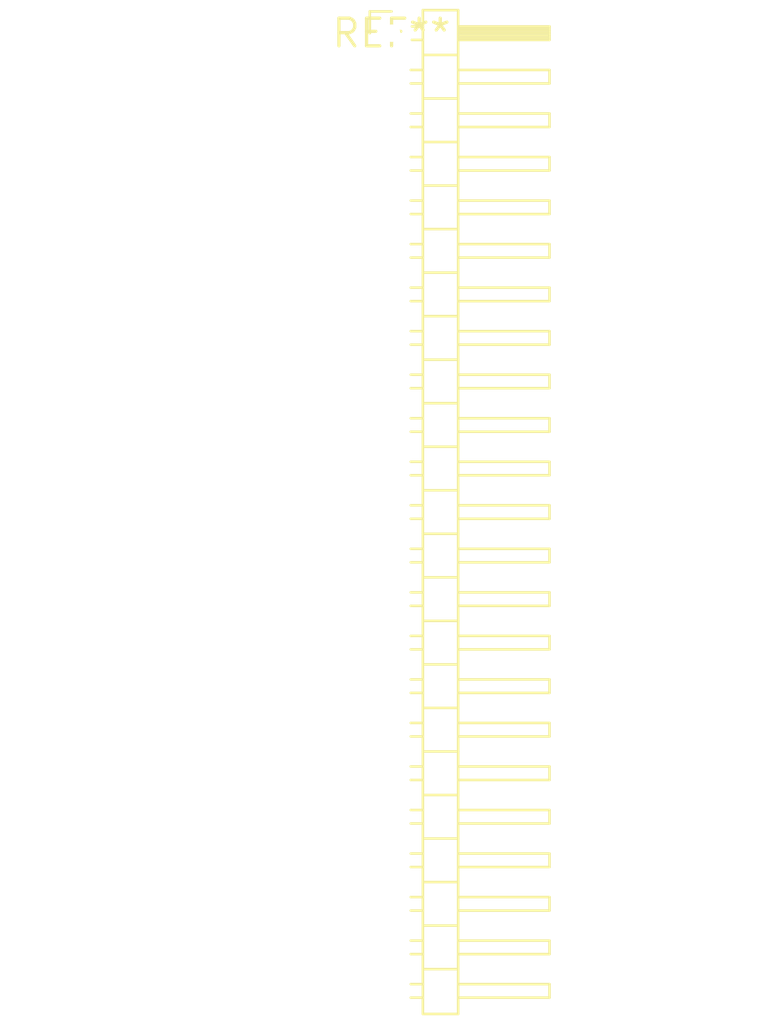
<source format=kicad_pcb>
(kicad_pcb (version 20240108) (generator pcbnew)
  (layers (0 "F.Cu" signal) (31 "B.Cu" signal) (34 "B.Paste" user) (35 "F.Paste" user) (36 "B.SilkS" user "B.Silkscreen") (37 "F.SilkS" user "F.Silkscreen") (38 "B.Mask" user) (39 "F.Mask" user) (44 "Edge.Cuts" user))
  (net 0 "")
  (footprint "PinHeader_1x23_P2.00mm_Horizontal" (layer "F.Cu") (at 0 0)
    (property "Reference" "REF**")
    (property "Value" "PinHeader_1x23_P2.00mm_Horizontal")
    (fp_line (start -1 -1) (end 0 -1) (layer "F.SilkS") (stroke (width 0.12)))
    (fp_line (start -1 0) (end -1 -1) (layer "F.SilkS") (stroke (width 0.12)))
    (fp_line (start 0.882114 1.69) (end 1.44 1.69) (layer "F.SilkS") (stroke (width 0.12)))
    (fp_line (start 0.882114 2.31) (end 1.44 2.31) (layer "F.SilkS") (stroke (width 0.12)))
    (fp_line (start 0.882114 3.69) (end 1.44 3.69) (layer "F.SilkS") (stroke (width 0.12)))
    (fp_line (start 0.882114 4.31) (end 1.44 4.31) (layer "F.SilkS") (stroke (width 0.12)))
    (fp_line (start 0.882114 5.69) (end 1.44 5.69) (layer "F.SilkS") (stroke (width 0.12)))
    (fp_line (start 0.882114 6.31) (end 1.44 6.31) (layer "F.SilkS") (stroke (width 0.12)))
    (fp_line (start 0.882114 7.69) (end 1.44 7.69) (layer "F.SilkS") (stroke (width 0.12)))
    (fp_line (start 0.882114 8.31) (end 1.44 8.31) (layer "F.SilkS") (stroke (width 0.12)))
    (fp_line (start 0.882114 9.69) (end 1.44 9.69) (layer "F.SilkS") (stroke (width 0.12)))
    (fp_line (start 0.882114 10.31) (end 1.44 10.31) (layer "F.SilkS") (stroke (width 0.12)))
    (fp_line (start 0.882114 11.69) (end 1.44 11.69) (layer "F.SilkS") (stroke (width 0.12)))
    (fp_line (start 0.882114 12.31) (end 1.44 12.31) (layer "F.SilkS") (stroke (width 0.12)))
    (fp_line (start 0.882114 13.69) (end 1.44 13.69) (layer "F.SilkS") (stroke (width 0.12)))
    (fp_line (start 0.882114 14.31) (end 1.44 14.31) (layer "F.SilkS") (stroke (width 0.12)))
    (fp_line (start 0.882114 15.69) (end 1.44 15.69) (layer "F.SilkS") (stroke (width 0.12)))
    (fp_line (start 0.882114 16.31) (end 1.44 16.31) (layer "F.SilkS") (stroke (width 0.12)))
    (fp_line (start 0.882114 17.69) (end 1.44 17.69) (layer "F.SilkS") (stroke (width 0.12)))
    (fp_line (start 0.882114 18.31) (end 1.44 18.31) (layer "F.SilkS") (stroke (width 0.12)))
    (fp_line (start 0.882114 19.69) (end 1.44 19.69) (layer "F.SilkS") (stroke (width 0.12)))
    (fp_line (start 0.882114 20.31) (end 1.44 20.31) (layer "F.SilkS") (stroke (width 0.12)))
    (fp_line (start 0.882114 21.69) (end 1.44 21.69) (layer "F.SilkS") (stroke (width 0.12)))
    (fp_line (start 0.882114 22.31) (end 1.44 22.31) (layer "F.SilkS") (stroke (width 0.12)))
    (fp_line (start 0.882114 23.69) (end 1.44 23.69) (layer "F.SilkS") (stroke (width 0.12)))
    (fp_line (start 0.882114 24.31) (end 1.44 24.31) (layer "F.SilkS") (stroke (width 0.12)))
    (fp_line (start 0.882114 25.69) (end 1.44 25.69) (layer "F.SilkS") (stroke (width 0.12)))
    (fp_line (start 0.882114 26.31) (end 1.44 26.31) (layer "F.SilkS") (stroke (width 0.12)))
    (fp_line (start 0.882114 27.69) (end 1.44 27.69) (layer "F.SilkS") (stroke (width 0.12)))
    (fp_line (start 0.882114 28.31) (end 1.44 28.31) (layer "F.SilkS") (stroke (width 0.12)))
    (fp_line (start 0.882114 29.69) (end 1.44 29.69) (layer "F.SilkS") (stroke (width 0.12)))
    (fp_line (start 0.882114 30.31) (end 1.44 30.31) (layer "F.SilkS") (stroke (width 0.12)))
    (fp_line (start 0.882114 31.69) (end 1.44 31.69) (layer "F.SilkS") (stroke (width 0.12)))
    (fp_line (start 0.882114 32.31) (end 1.44 32.31) (layer "F.SilkS") (stroke (width 0.12)))
    (fp_line (start 0.882114 33.69) (end 1.44 33.69) (layer "F.SilkS") (stroke (width 0.12)))
    (fp_line (start 0.882114 34.31) (end 1.44 34.31) (layer "F.SilkS") (stroke (width 0.12)))
    (fp_line (start 0.882114 35.69) (end 1.44 35.69) (layer "F.SilkS") (stroke (width 0.12)))
    (fp_line (start 0.882114 36.31) (end 1.44 36.31) (layer "F.SilkS") (stroke (width 0.12)))
    (fp_line (start 0.882114 37.69) (end 1.44 37.69) (layer "F.SilkS") (stroke (width 0.12)))
    (fp_line (start 0.882114 38.31) (end 1.44 38.31) (layer "F.SilkS") (stroke (width 0.12)))
    (fp_line (start 0.882114 39.69) (end 1.44 39.69) (layer "F.SilkS") (stroke (width 0.12)))
    (fp_line (start 0.882114 40.31) (end 1.44 40.31) (layer "F.SilkS") (stroke (width 0.12)))
    (fp_line (start 0.882114 41.69) (end 1.44 41.69) (layer "F.SilkS") (stroke (width 0.12)))
    (fp_line (start 0.882114 42.31) (end 1.44 42.31) (layer "F.SilkS") (stroke (width 0.12)))
    (fp_line (start 0.882114 43.69) (end 1.44 43.69) (layer "F.SilkS") (stroke (width 0.12)))
    (fp_line (start 0.882114 44.31) (end 1.44 44.31) (layer "F.SilkS") (stroke (width 0.12)))
    (fp_line (start 0.935 -0.31) (end 1.44 -0.31) (layer "F.SilkS") (stroke (width 0.12)))
    (fp_line (start 0.935 0.31) (end 1.44 0.31) (layer "F.SilkS") (stroke (width 0.12)))
    (fp_line (start 1.44 -1.06) (end 1.44 45.06) (layer "F.SilkS") (stroke (width 0.12)))
    (fp_line (start 1.44 1) (end 3.06 1) (layer "F.SilkS") (stroke (width 0.12)))
    (fp_line (start 1.44 3) (end 3.06 3) (layer "F.SilkS") (stroke (width 0.12)))
    (fp_line (start 1.44 5) (end 3.06 5) (layer "F.SilkS") (stroke (width 0.12)))
    (fp_line (start 1.44 7) (end 3.06 7) (layer "F.SilkS") (stroke (width 0.12)))
    (fp_line (start 1.44 9) (end 3.06 9) (layer "F.SilkS") (stroke (width 0.12)))
    (fp_line (start 1.44 11) (end 3.06 11) (layer "F.SilkS") (stroke (width 0.12)))
    (fp_line (start 1.44 13) (end 3.06 13) (layer "F.SilkS") (stroke (width 0.12)))
    (fp_line (start 1.44 15) (end 3.06 15) (layer "F.SilkS") (stroke (width 0.12)))
    (fp_line (start 1.44 17) (end 3.06 17) (layer "F.SilkS") (stroke (width 0.12)))
    (fp_line (start 1.44 19) (end 3.06 19) (layer "F.SilkS") (stroke (width 0.12)))
    (fp_line (start 1.44 21) (end 3.06 21) (layer "F.SilkS") (stroke (width 0.12)))
    (fp_line (start 1.44 23) (end 3.06 23) (layer "F.SilkS") (stroke (width 0.12)))
    (fp_line (start 1.44 25) (end 3.06 25) (layer "F.SilkS") (stroke (width 0.12)))
    (fp_line (start 1.44 27) (end 3.06 27) (layer "F.SilkS") (stroke (width 0.12)))
    (fp_line (start 1.44 29) (end 3.06 29) (layer "F.SilkS") (stroke (width 0.12)))
    (fp_line (start 1.44 31) (end 3.06 31) (layer "F.SilkS") (stroke (width 0.12)))
    (fp_line (start 1.44 33) (end 3.06 33) (layer "F.SilkS") (stroke (width 0.12)))
    (fp_line (start 1.44 35) (end 3.06 35) (layer "F.SilkS") (stroke (width 0.12)))
    (fp_line (start 1.44 37) (end 3.06 37) (layer "F.SilkS") (stroke (width 0.12)))
    (fp_line (start 1.44 39) (end 3.06 39) (layer "F.SilkS") (stroke (width 0.12)))
    (fp_line (start 1.44 41) (end 3.06 41) (layer "F.SilkS") (stroke (width 0.12)))
    (fp_line (start 1.44 43) (end 3.06 43) (layer "F.SilkS") (stroke (width 0.12)))
    (fp_line (start 1.44 45.06) (end 3.06 45.06) (layer "F.SilkS") (stroke (width 0.12)))
    (fp_line (start 3.06 -1.06) (end 1.44 -1.06) (layer "F.SilkS") (stroke (width 0.12)))
    (fp_line (start 3.06 -0.31) (end 7.26 -0.31) (layer "F.SilkS") (stroke (width 0.12)))
    (fp_line (start 3.06 -0.25) (end 7.26 -0.25) (layer "F.SilkS") (stroke (width 0.12)))
    (fp_line (start 3.06 -0.13) (end 7.26 -0.13) (layer "F.SilkS") (stroke (width 0.12)))
    (fp_line (start 3.06 -0.01) (end 7.26 -0.01) (layer "F.SilkS") (stroke (width 0.12)))
    (fp_line (start 3.06 0.11) (end 7.26 0.11) (layer "F.SilkS") (stroke (width 0.12)))
    (fp_line (start 3.06 0.23) (end 7.26 0.23) (layer "F.SilkS") (stroke (width 0.12)))
    (fp_line (start 3.06 1.69) (end 7.26 1.69) (layer "F.SilkS") (stroke (width 0.12)))
    (fp_line (start 3.06 3.69) (end 7.26 3.69) (layer "F.SilkS") (stroke (width 0.12)))
    (fp_line (start 3.06 5.69) (end 7.26 5.69) (layer "F.SilkS") (stroke (width 0.12)))
    (fp_line (start 3.06 7.69) (end 7.26 7.69) (layer "F.SilkS") (stroke (width 0.12)))
    (fp_line (start 3.06 9.69) (end 7.26 9.69) (layer "F.SilkS") (stroke (width 0.12)))
    (fp_line (start 3.06 11.69) (end 7.26 11.69) (layer "F.SilkS") (stroke (width 0.12)))
    (fp_line (start 3.06 13.69) (end 7.26 13.69) (layer "F.SilkS") (stroke (width 0.12)))
    (fp_line (start 3.06 15.69) (end 7.26 15.69) (layer "F.SilkS") (stroke (width 0.12)))
    (fp_line (start 3.06 17.69) (end 7.26 17.69) (layer "F.SilkS") (stroke (width 0.12)))
    (fp_line (start 3.06 19.69) (end 7.26 19.69) (layer "F.SilkS") (stroke (width 0.12)))
    (fp_line (start 3.06 21.69) (end 7.26 21.69) (layer "F.SilkS") (stroke (width 0.12)))
    (fp_line (start 3.06 23.69) (end 7.26 23.69) (layer "F.SilkS") (stroke (width 0.12)))
    (fp_line (start 3.06 25.69) (end 7.26 25.69) (layer "F.SilkS") (stroke (width 0.12)))
    (fp_line (start 3.06 27.69) (end 7.26 27.69) (layer "F.SilkS") (stroke (width 0.12)))
    (fp_line (start 3.06 29.69) (end 7.26 29.69) (layer "F.SilkS") (stroke (width 0.12)))
    (fp_line (start 3.06 31.69) (end 7.26 31.69) (layer "F.SilkS") (stroke (width 0.12)))
    (fp_line (start 3.06 33.69) (end 7.26 33.69) (layer "F.SilkS") (stroke (width 0.12)))
    (fp_line (start 3.06 35.69) (end 7.26 35.69) (layer "F.SilkS") (stroke (width 0.12)))
    (fp_line (start 3.06 37.69) (end 7.26 37.69) (layer "F.SilkS") (stroke (width 0.12)))
    (fp_line (start 3.06 39.69) (end 7.26 39.69) (layer "F.SilkS") (stroke (width 0.12)))
    (fp_line (start 3.06 41.69) (end 7.26 41.69) (layer "F.SilkS") (stroke (width 0.12)))
    (fp_line (start 3.06 43.69) (end 7.26 43.69) (layer "F.SilkS") (stroke (width 0.12)))
    (fp_line (start 3.06 45.06) (end 3.06 -1.06) (layer "F.SilkS") (stroke (width 0.12)))
    (fp_line (start 7.26 -0.31) (end 7.26 0.31) (layer "F.SilkS") (stroke (width 0.12)))
    (fp_line (start 7.26 0.31) (end 3.06 0.31) (layer "F.SilkS") (stroke (width 0.12)))
    (fp_line (start 7.26 1.69) (end 7.26 2.31) (layer "F.SilkS") (stroke (width 0.12)))
    (fp_line (start 7.26 2.31) (end 3.06 2.31) (layer "F.SilkS") (stroke (width 0.12)))
    (fp_line (start 7.26 3.69) (end 7.26 4.31) (layer "F.SilkS") (stroke (width 0.12)))
    (fp_line (start 7.26 4.31) (end 3.06 4.31) (layer "F.SilkS") (stroke (width 0.12)))
    (fp_line (start 7.26 5.69) (end 7.26 6.31) (layer "F.SilkS") (stroke (width 0.12)))
    (fp_line (start 7.26 6.31) (end 3.06 6.31) (layer "F.SilkS") (stroke (width 0.12)))
    (fp_line (start 7.26 7.69) (end 7.26 8.31) (layer "F.SilkS") (stroke (width 0.12)))
    (fp_line (start 7.26 8.31) (end 3.06 8.31) (layer "F.SilkS") (stroke (width 0.12)))
    (fp_line (start 7.26 9.69) (end 7.26 10.31) (layer "F.SilkS") (stroke (width 0.12)))
    (fp_line (start 7.26 10.31) (end 3.06 10.31) (layer "F.SilkS") (stroke (width 0.12)))
    (fp_line (start 7.26 11.69) (end 7.26 12.31) (layer "F.SilkS") (stroke (width 0.12)))
    (fp_line (start 7.26 12.31) (end 3.06 12.31) (layer "F.SilkS") (stroke (width 0.12)))
    (fp_line (start 7.26 13.69) (end 7.26 14.31) (layer "F.SilkS") (stroke (width 0.12)))
    (fp_line (start 7.26 14.31) (end 3.06 14.31) (layer "F.SilkS") (stroke (width 0.12)))
    (fp_line (start 7.26 15.69) (end 7.26 16.31) (layer "F.SilkS") (stroke (width 0.12)))
    (fp_line (start 7.26 16.31) (end 3.06 16.31) (layer "F.SilkS") (stroke (width 0.12)))
    (fp_line (start 7.26 17.69) (end 7.26 18.31) (layer "F.SilkS") (stroke (width 0.12)))
    (fp_line (start 7.26 18.31) (end 3.06 18.31) (layer "F.SilkS") (stroke (width 0.12)))
    (fp_line (start 7.26 19.69) (end 7.26 20.31) (layer "F.SilkS") (stroke (width 0.12)))
    (fp_line (start 7.26 20.31) (end 3.06 20.31) (layer "F.SilkS") (stroke (width 0.12)))
    (fp_line (start 7.26 21.69) (end 7.26 22.31) (layer "F.SilkS") (stroke (width 0.12)))
    (fp_line (start 7.26 22.31) (end 3.06 22.31) (layer "F.SilkS") (stroke (width 0.12)))
    (fp_line (start 7.26 23.69) (end 7.26 24.31) (layer "F.SilkS") (stroke (width 0.12)))
    (fp_line (start 7.26 24.31) (end 3.06 24.31) (layer "F.SilkS") (stroke (width 0.12)))
    (fp_line (start 7.26 25.69) (end 7.26 26.31) (layer "F.SilkS") (stroke (width 0.12)))
    (fp_line (start 7.26 26.31) (end 3.06 26.31) (layer "F.SilkS") (stroke (width 0.12)))
    (fp_line (start 7.26 27.69) (end 7.26 28.31) (layer "F.SilkS") (stroke (width 0.12)))
    (fp_line (start 7.26 28.31) (end 3.06 28.31) (layer "F.SilkS") (stroke (width 0.12)))
    (fp_line (start 7.26 29.69) (end 7.26 30.31) (layer "F.SilkS") (stroke (width 0.12)))
    (fp_line (start 7.26 30.31) (end 3.06 30.31) (layer "F.SilkS") (stroke (width 0.12)))
    (fp_line (start 7.26 31.69) (end 7.26 32.31) (layer "F.SilkS") (stroke (width 0.12)))
    (fp_line (start 7.26 32.31) (end 3.06 32.31) (layer "F.SilkS") (stroke (width 0.12)))
    (fp_line (start 7.26 33.69) (end 7.26 34.31) (layer "F.SilkS") (stroke (width 0.12)))
    (fp_line (start 7.26 34.31) (end 3.06 34.31) (layer "F.SilkS") (stroke (width 0.12)))
    (fp_line (start 7.26 35.69) (end 7.26 36.31) (layer "F.SilkS") (stroke (width 0.12)))
    (fp_line (start 7.26 36.31) (end 3.06 36.31) (layer "F.SilkS") (stroke (width 0.12)))
    (fp_line (start 7.26 37.69) (end 7.26 38.31) (layer "F.SilkS") (stroke (width 0.12)))
    (fp_line (start 7.26 38.31) (end 3.06 38.31) (layer "F.SilkS") (stroke (width 0.12)))
    (fp_line (start 7.26 39.69) (end 7.26 40.31) (layer "F.SilkS") (stroke (width 0.12)))
    (fp_line (start 7.26 40.31) (end 3.06 40.31) (layer "F.SilkS") (stroke (width 0.12)))
    (fp_line (start 7.26 41.69) (end 7.26 42.31) (layer "F.SilkS") (stroke (width 0.12)))
    (fp_line (start 7.26 42.31) (end 3.06 42.31) (layer "F.SilkS") (stroke (width 0.12)))
    (fp_line (start 7.26 43.69) (end 7.26 44.31) (layer "F.SilkS") (stroke (width 0.12)))
    (fp_line (start 7.26 44.31) (end 3.06 44.31) (layer "F.SilkS") (stroke (width 0.12)))
    (pad "1" thru_hole rect (at 0 0) (size 1.35 1.35) (drill 0.8) (layers *.Cu *.Mask) (remove_unused_layers))
    (pad "2" thru_hole oval (at 0 2) (size 1.35 1.35) (drill 0.8) (layers *.Cu *.Mask) (remove_unused_layers))
    (pad "3" thru_hole oval (at 0 4) (size 1.35 1.35) (drill 0.8) (layers *.Cu *.Mask) (remove_unused_layers))
    (pad "4" thru_hole oval (at 0 6) (size 1.35 1.35) (drill 0.8) (layers *.Cu *.Mask) (remove_unused_layers))
    (pad "5" thru_hole oval (at 0 8) (size 1.35 1.35) (drill 0.8) (layers *.Cu *.Mask) (remove_unused_layers))
    (pad "6" thru_hole oval (at 0 10) (size 1.35 1.35) (drill 0.8) (layers *.Cu *.Mask) (remove_unused_layers))
    (pad "7" thru_hole oval (at 0 12) (size 1.35 1.35) (drill 0.8) (layers *.Cu *.Mask) (remove_unused_layers))
    (pad "8" thru_hole oval (at 0 14) (size 1.35 1.35) (drill 0.8) (layers *.Cu *.Mask) (remove_unused_layers))
    (pad "9" thru_hole oval (at 0 16) (size 1.35 1.35) (drill 0.8) (layers *.Cu *.Mask) (remove_unused_layers))
    (pad "10" thru_hole oval (at 0 18) (size 1.35 1.35) (drill 0.8) (layers *.Cu *.Mask) (remove_unused_layers))
    (pad "11" thru_hole oval (at 0 20) (size 1.35 1.35) (drill 0.8) (layers *.Cu *.Mask) (remove_unused_layers))
    (pad "12" thru_hole oval (at 0 22) (size 1.35 1.35) (drill 0.8) (layers *.Cu *.Mask) (remove_unused_layers))
    (pad "13" thru_hole oval (at 0 24) (size 1.35 1.35) (drill 0.8) (layers *.Cu *.Mask) (remove_unused_layers))
    (pad "14" thru_hole oval (at 0 26) (size 1.35 1.35) (drill 0.8) (layers *.Cu *.Mask) (remove_unused_layers))
    (pad "15" thru_hole oval (at 0 28) (size 1.35 1.35) (drill 0.8) (layers *.Cu *.Mask) (remove_unused_layers))
    (pad "16" thru_hole oval (at 0 30) (size 1.35 1.35) (drill 0.8) (layers *.Cu *.Mask) (remove_unused_layers))
    (pad "17" thru_hole oval (at 0 32) (size 1.35 1.35) (drill 0.8) (layers *.Cu *.Mask) (remove_unused_layers))
    (pad "18" thru_hole oval (at 0 34) (size 1.35 1.35) (drill 0.8) (layers *.Cu *.Mask) (remove_unused_layers))
    (pad "19" thru_hole oval (at 0 36) (size 1.35 1.35) (drill 0.8) (layers *.Cu *.Mask) (remove_unused_layers))
    (pad "20" thru_hole oval (at 0 38) (size 1.35 1.35) (drill 0.8) (layers *.Cu *.Mask) (remove_unused_layers))
    (pad "21" thru_hole oval (at 0 40) (size 1.35 1.35) (drill 0.8) (layers *.Cu *.Mask) (remove_unused_layers))
    (pad "22" thru_hole oval (at 0 42) (size 1.35 1.35) (drill 0.8) (layers *.Cu *.Mask) (remove_unused_layers))
    (pad "23" thru_hole oval (at 0 44) (size 1.35 1.35) (drill 0.8) (layers *.Cu *.Mask) (remove_unused_layers))
  )
)
</source>
